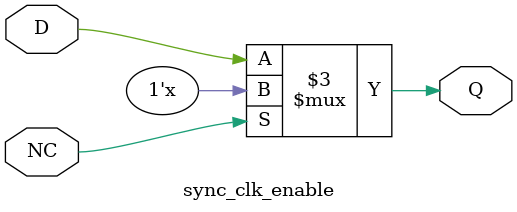
<source format=v>
`timescale 10ps/1ps
module sync_clk_enable (D, NC,Q);
input D, NC;
output Q;
reg Q;

always @(NC or D)
	if (NC == 1'b0)
		Q <= D;


endmodule

</source>
